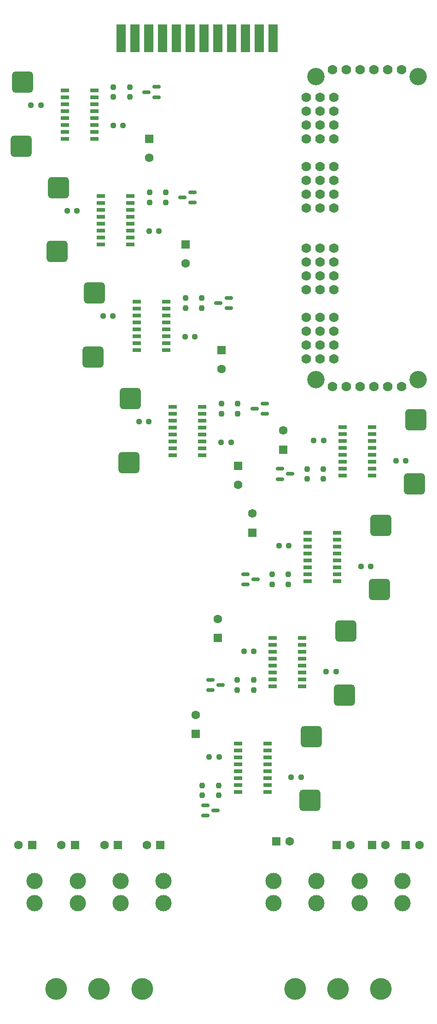
<source format=gbr>
%TF.GenerationSoftware,KiCad,Pcbnew,7.0.8*%
%TF.CreationDate,2023-10-09T09:06:24+01:00*%
%TF.ProjectId,CCC_rig_driver,4343435f-7269-4675-9f64-72697665722e,rev?*%
%TF.SameCoordinates,Original*%
%TF.FileFunction,Soldermask,Top*%
%TF.FilePolarity,Negative*%
%FSLAX46Y46*%
G04 Gerber Fmt 4.6, Leading zero omitted, Abs format (unit mm)*
G04 Created by KiCad (PCBNEW 7.0.8) date 2023-10-09 09:06:24*
%MOMM*%
%LPD*%
G01*
G04 APERTURE LIST*
G04 Aperture macros list*
%AMRoundRect*
0 Rectangle with rounded corners*
0 $1 Rounding radius*
0 $2 $3 $4 $5 $6 $7 $8 $9 X,Y pos of 4 corners*
0 Add a 4 corners polygon primitive as box body*
4,1,4,$2,$3,$4,$5,$6,$7,$8,$9,$2,$3,0*
0 Add four circle primitives for the rounded corners*
1,1,$1+$1,$2,$3*
1,1,$1+$1,$4,$5*
1,1,$1+$1,$6,$7*
1,1,$1+$1,$8,$9*
0 Add four rect primitives between the rounded corners*
20,1,$1+$1,$2,$3,$4,$5,0*
20,1,$1+$1,$4,$5,$6,$7,0*
20,1,$1+$1,$6,$7,$8,$9,0*
20,1,$1+$1,$8,$9,$2,$3,0*%
G04 Aperture macros list end*
%ADD10C,4.000000*%
%ADD11C,3.000000*%
%ADD12R,1.651000X5.080000*%
%ADD13R,1.525000X0.650000*%
%ADD14RoundRect,0.639769X-1.310231X-1.310231X1.310231X-1.310231X1.310231X1.310231X-1.310231X1.310231X0*%
%ADD15R,1.600000X1.600000*%
%ADD16C,1.600000*%
%ADD17RoundRect,0.150000X0.587500X0.150000X-0.587500X0.150000X-0.587500X-0.150000X0.587500X-0.150000X0*%
%ADD18RoundRect,0.237500X-0.250000X-0.237500X0.250000X-0.237500X0.250000X0.237500X-0.250000X0.237500X0*%
%ADD19RoundRect,0.237500X0.250000X0.237500X-0.250000X0.237500X-0.250000X-0.237500X0.250000X-0.237500X0*%
%ADD20RoundRect,0.237500X-0.237500X0.250000X-0.237500X-0.250000X0.237500X-0.250000X0.237500X0.250000X0*%
%ADD21RoundRect,0.639769X1.310231X1.310231X-1.310231X1.310231X-1.310231X-1.310231X1.310231X-1.310231X0*%
%ADD22RoundRect,0.237500X0.237500X-0.250000X0.237500X0.250000X-0.237500X0.250000X-0.237500X-0.250000X0*%
%ADD23RoundRect,0.150000X-0.587500X-0.150000X0.587500X-0.150000X0.587500X0.150000X-0.587500X0.150000X0*%
%ADD24C,1.778000*%
%ADD25C,3.200000*%
G04 APERTURE END LIST*
D10*
%TO.C,J12*%
X66049700Y-190614000D03*
X73949700Y-190614000D03*
X81849700Y-190614000D03*
D11*
X62099700Y-170814000D03*
X62099700Y-174914000D03*
X69999700Y-170814000D03*
X69999700Y-174914000D03*
X77899700Y-170814000D03*
X77899700Y-174914000D03*
X85799700Y-170814000D03*
X85799700Y-174914000D03*
%TD*%
D10*
%TO.C,J7*%
X22145700Y-190614000D03*
X30045700Y-190614000D03*
X37945700Y-190614000D03*
D11*
X18195700Y-170814000D03*
X18195700Y-174914000D03*
X26095700Y-170814000D03*
X26095700Y-174914000D03*
X33995700Y-170814000D03*
X33995700Y-174914000D03*
X41895700Y-170814000D03*
X41895700Y-174914000D03*
%TD*%
D12*
%TO.C,J6*%
X61970000Y-16160200D03*
X59430000Y-16160200D03*
X56890000Y-16160200D03*
X54350000Y-16160200D03*
X51810000Y-16160200D03*
X49270000Y-16160200D03*
X46730000Y-16160200D03*
X44190000Y-16160200D03*
X41650000Y-16160200D03*
X39110000Y-16160200D03*
X36570000Y-16160200D03*
X34030000Y-16160200D03*
%TD*%
D13*
%TO.C,IC10*%
X68369000Y-106881500D03*
D14*
X81831000Y-105576500D03*
D13*
X68369000Y-108151500D03*
X68369000Y-109421500D03*
X68369000Y-110691500D03*
X68369000Y-111961500D03*
X68369000Y-113231500D03*
D14*
X81581000Y-117326500D03*
D13*
X68369000Y-114501500D03*
X68369000Y-115771500D03*
X73793000Y-115771500D03*
X73793000Y-114501500D03*
X73793000Y-113231500D03*
X73793000Y-111961500D03*
X73793000Y-110691500D03*
X73793000Y-109421500D03*
X73793000Y-108151500D03*
X73793000Y-106881500D03*
%TD*%
D15*
%TO.C,C24*%
X52504700Y-73355500D03*
D16*
X52504700Y-76855500D03*
%TD*%
D15*
%TO.C,C9*%
X62594888Y-163600000D03*
D16*
X65094888Y-163600000D03*
%TD*%
D17*
%TO.C,Q4*%
X47223600Y-46340300D03*
X47223600Y-44440300D03*
X45348600Y-45390300D03*
%TD*%
D18*
%TO.C,R49*%
X71751900Y-132441700D03*
X73576900Y-132441700D03*
%TD*%
D19*
%TO.C,R37*%
X25948600Y-47802800D03*
X24123600Y-47802800D03*
%TD*%
D20*
%TO.C,R20*%
X35667500Y-25112600D03*
X35667500Y-26937600D03*
%TD*%
%TO.C,R22*%
X48904700Y-63843000D03*
X48904700Y-65668000D03*
%TD*%
D15*
%TO.C,C10*%
X73694888Y-164200000D03*
D16*
X76194888Y-164200000D03*
%TD*%
D13*
%TO.C,IC6*%
X42366700Y-73363000D03*
X42366700Y-72093000D03*
D21*
X28904700Y-74668000D03*
D13*
X42366700Y-70823000D03*
X42366700Y-69553000D03*
X42366700Y-68283000D03*
X42366700Y-67013000D03*
X42366700Y-65743000D03*
D21*
X29154700Y-62918000D03*
D13*
X42366700Y-64473000D03*
X36942700Y-64473000D03*
X36942700Y-65743000D03*
X36942700Y-67013000D03*
X36942700Y-68283000D03*
X36942700Y-69553000D03*
X36942700Y-70823000D03*
X36942700Y-72093000D03*
X36942700Y-73363000D03*
%TD*%
D15*
%TO.C,C29*%
X63900000Y-91652700D03*
D16*
X63900000Y-88152700D03*
%TD*%
D15*
%TO.C,C25*%
X55600000Y-94647300D03*
D16*
X55600000Y-98147300D03*
%TD*%
D22*
%TO.C,R24*%
X48997700Y-155131900D03*
X48997700Y-153306900D03*
%TD*%
D13*
%TO.C,IC9*%
X61952400Y-126246700D03*
X61952400Y-127516700D03*
D14*
X75414400Y-124941700D03*
D13*
X61952400Y-128786700D03*
X61952400Y-130056700D03*
X61952400Y-131326700D03*
X61952400Y-132596700D03*
X61952400Y-133866700D03*
D14*
X75164400Y-136691700D03*
D13*
X61952400Y-135136700D03*
X67376400Y-135136700D03*
X67376400Y-133866700D03*
X67376400Y-132596700D03*
X67376400Y-131326700D03*
X67376400Y-130056700D03*
X67376400Y-128786700D03*
X67376400Y-127516700D03*
X67376400Y-126246700D03*
%TD*%
D23*
%TO.C,Q8*%
X50476900Y-133904200D03*
X50476900Y-135804200D03*
X52351900Y-134854200D03*
%TD*%
D13*
%TO.C,IC5*%
X35748100Y-53997800D03*
D21*
X22286100Y-55302800D03*
D13*
X35748100Y-52727800D03*
X35748100Y-51457800D03*
X35748100Y-50187800D03*
X35748100Y-48917800D03*
X35748100Y-47647800D03*
D21*
X22536100Y-43552800D03*
D13*
X35748100Y-46377800D03*
X35748100Y-45107800D03*
X30324100Y-45107800D03*
X30324100Y-46377800D03*
X30324100Y-47647800D03*
X30324100Y-48917800D03*
X30324100Y-50187800D03*
X30324100Y-51457800D03*
X30324100Y-52727800D03*
X30324100Y-53997800D03*
%TD*%
D19*
%TO.C,R38*%
X32567200Y-67168000D03*
X30742200Y-67168000D03*
%TD*%
D22*
%TO.C,R47*%
X71247700Y-97036300D03*
X71247700Y-95211300D03*
%TD*%
D20*
%TO.C,R34*%
X45904700Y-63843000D03*
X45904700Y-65668000D03*
%TD*%
D22*
%TO.C,R45*%
X58414400Y-135766700D03*
X58414400Y-133941700D03*
%TD*%
D19*
%TO.C,R31*%
X54273300Y-90283200D03*
X52448300Y-90283200D03*
%TD*%
D18*
%TO.C,R41*%
X56664400Y-128691700D03*
X58489400Y-128691700D03*
%TD*%
D13*
%TO.C,IC11*%
X74785700Y-87516300D03*
X74785700Y-88786300D03*
D14*
X88247700Y-86211300D03*
D13*
X74785700Y-90056300D03*
X74785700Y-91326300D03*
X74785700Y-92596300D03*
X74785700Y-93866300D03*
D14*
X87997700Y-97961300D03*
D13*
X74785700Y-95136300D03*
X74785700Y-96406300D03*
X80209700Y-96406300D03*
X80209700Y-95136300D03*
X80209700Y-93866300D03*
X80209700Y-92596300D03*
X80209700Y-91326300D03*
X80209700Y-90056300D03*
X80209700Y-88786300D03*
X80209700Y-87516300D03*
%TD*%
D15*
%TO.C,C1*%
X17705100Y-164200000D03*
D16*
X15205100Y-164200000D03*
%TD*%
D20*
%TO.C,R23*%
X55523300Y-83208200D03*
X55523300Y-85033200D03*
%TD*%
D15*
%TO.C,C4*%
X41305113Y-164200000D03*
D16*
X38805113Y-164200000D03*
%TD*%
D13*
%TO.C,IC7*%
X48985300Y-92728200D03*
X48985300Y-91458200D03*
D21*
X35523300Y-94033200D03*
D13*
X48985300Y-90188200D03*
X48985300Y-88918200D03*
X48985300Y-87648200D03*
X48985300Y-86378200D03*
X48985300Y-85108200D03*
D21*
X35773300Y-82283200D03*
D13*
X48985300Y-83838200D03*
X43561300Y-83838200D03*
X43561300Y-85108200D03*
X43561300Y-86378200D03*
X43561300Y-87648200D03*
X43561300Y-88918200D03*
X43561300Y-90188200D03*
X43561300Y-91458200D03*
X43561300Y-92728200D03*
%TD*%
D17*
%TO.C,Q6*%
X60460800Y-85070700D03*
X60460800Y-83170700D03*
X58585800Y-84120700D03*
%TD*%
D20*
%TO.C,R32*%
X32667500Y-25112600D03*
X32667500Y-26937600D03*
%TD*%
D13*
%TO.C,IC4*%
X29129500Y-34632600D03*
D21*
X15667500Y-35937600D03*
D13*
X29129500Y-33362600D03*
X29129500Y-32092600D03*
X29129500Y-30822600D03*
X29129500Y-29552600D03*
X29129500Y-28282600D03*
X29129500Y-27012600D03*
D21*
X15917500Y-24187600D03*
D13*
X29129500Y-25742600D03*
X23705500Y-25742600D03*
X23705500Y-27012600D03*
X23705500Y-28282600D03*
X23705500Y-29552600D03*
X23705500Y-30822600D03*
X23705500Y-32092600D03*
X23705500Y-33362600D03*
X23705500Y-34632600D03*
%TD*%
D15*
%TO.C,C26*%
X47800000Y-143852700D03*
D16*
X47800000Y-140352700D03*
%TD*%
D22*
%TO.C,R46*%
X64831000Y-116401500D03*
X64831000Y-114576500D03*
%TD*%
D20*
%TO.C,R33*%
X39286100Y-44477800D03*
X39286100Y-46302800D03*
%TD*%
D18*
%TO.C,R43*%
X69497700Y-89961300D03*
X71322700Y-89961300D03*
%TD*%
D15*
%TO.C,C2*%
X25605100Y-164200000D03*
D16*
X23105100Y-164200000D03*
%TD*%
D22*
%TO.C,R27*%
X68247700Y-97036300D03*
X68247700Y-95211300D03*
%TD*%
D15*
%TO.C,C27*%
X51814400Y-126254200D03*
D16*
X51814400Y-122754200D03*
%TD*%
D22*
%TO.C,R44*%
X51997700Y-155131900D03*
X51997700Y-153306900D03*
%TD*%
D15*
%TO.C,C22*%
X39267500Y-34625100D03*
D16*
X39267500Y-38125100D03*
%TD*%
D15*
%TO.C,C11*%
X80194888Y-164200000D03*
D16*
X82694888Y-164200000D03*
%TD*%
D17*
%TO.C,Q5*%
X53842200Y-65705500D03*
X53842200Y-63805500D03*
X51967200Y-64755500D03*
%TD*%
D15*
%TO.C,C3*%
X33505100Y-164200000D03*
D16*
X31005100Y-164200000D03*
%TD*%
D15*
%TO.C,C12*%
X86394900Y-164200000D03*
D16*
X88894900Y-164200000D03*
%TD*%
D22*
%TO.C,R26*%
X61831000Y-116401500D03*
X61831000Y-114576500D03*
%TD*%
D19*
%TO.C,R28*%
X34417500Y-32187600D03*
X32592500Y-32187600D03*
%TD*%
D18*
%TO.C,R40*%
X50247700Y-148056900D03*
X52072700Y-148056900D03*
%TD*%
D19*
%TO.C,R39*%
X39185800Y-86533200D03*
X37360800Y-86533200D03*
%TD*%
D23*
%TO.C,Q10*%
X63310200Y-95173800D03*
X63310200Y-97073800D03*
X65185200Y-96123800D03*
%TD*%
D20*
%TO.C,R21*%
X42286100Y-44477800D03*
X42286100Y-46302800D03*
%TD*%
D19*
%TO.C,R36*%
X19330000Y-28437600D03*
X17505000Y-28437600D03*
%TD*%
D23*
%TO.C,Q7*%
X49562500Y-156950000D03*
X49562500Y-158850000D03*
X51437500Y-157900000D03*
%TD*%
D13*
%TO.C,IC8*%
X55535700Y-145611900D03*
D14*
X68997700Y-144306900D03*
D13*
X55535700Y-146881900D03*
X55535700Y-148151900D03*
X55535700Y-149421900D03*
X55535700Y-150691900D03*
X55535700Y-151961900D03*
X55535700Y-153231900D03*
D14*
X68747700Y-156056900D03*
D13*
X55535700Y-154501900D03*
X60959700Y-154501900D03*
X60959700Y-153231900D03*
X60959700Y-151961900D03*
X60959700Y-150691900D03*
X60959700Y-149421900D03*
X60959700Y-148151900D03*
X60959700Y-146881900D03*
X60959700Y-145611900D03*
%TD*%
D23*
%TO.C,Q9*%
X56893500Y-114539000D03*
X56893500Y-116439000D03*
X58768500Y-115489000D03*
%TD*%
D17*
%TO.C,Q3*%
X40605000Y-26975100D03*
X40605000Y-25075100D03*
X38730000Y-26025100D03*
%TD*%
D18*
%TO.C,R50*%
X78168900Y-113076700D03*
X79993900Y-113076700D03*
%TD*%
D22*
%TO.C,R25*%
X55414400Y-135766700D03*
X55414400Y-133941700D03*
%TD*%
D24*
%TO.C,U2*%
X73151700Y-26991000D03*
X73151700Y-29531000D03*
X73151700Y-32071000D03*
X73151700Y-34611000D03*
X73151700Y-39691000D03*
X73151700Y-42231000D03*
X73151700Y-44771000D03*
X73151700Y-47311000D03*
X73151700Y-54677000D03*
X73151700Y-57217000D03*
X73151700Y-59757000D03*
X73151700Y-62297000D03*
X73151700Y-67377000D03*
X73151700Y-69917000D03*
X73151700Y-72457000D03*
X73151700Y-74997000D03*
X85597700Y-21911000D03*
X85597700Y-80077000D03*
X68071700Y-26991000D03*
X68071700Y-29531000D03*
X68071700Y-32071000D03*
X68071700Y-34611000D03*
X68071700Y-39691000D03*
X68071700Y-42231000D03*
X68071700Y-44771000D03*
X68071700Y-47311000D03*
X68071700Y-54677000D03*
X68071700Y-57217000D03*
X68071700Y-59757000D03*
X68071700Y-62297000D03*
X68071700Y-67377000D03*
X68071700Y-69917000D03*
X68071700Y-72457000D03*
X68071700Y-74997000D03*
X83057700Y-21911000D03*
X83057700Y-80077000D03*
D25*
X88645700Y-23181000D03*
X88645700Y-78807000D03*
X69849700Y-23181000D03*
X69849700Y-78807000D03*
D24*
X80517700Y-21911000D03*
X80517700Y-80077000D03*
X77977700Y-21911000D03*
X77977700Y-80077000D03*
X72897700Y-21911000D03*
X72897700Y-80077000D03*
X70611700Y-26991000D03*
X70611700Y-29531000D03*
X70611700Y-32071000D03*
X70611700Y-34611000D03*
X70611700Y-39691000D03*
X70611700Y-42231000D03*
X70611700Y-44771000D03*
X70611700Y-47311000D03*
X70611700Y-54677000D03*
X70611700Y-57217000D03*
X70611700Y-59757000D03*
X70611700Y-62297000D03*
X70611700Y-67377000D03*
X70611700Y-69917000D03*
X70611700Y-72457000D03*
X70611700Y-74997000D03*
X75437700Y-21911000D03*
X75437700Y-80077000D03*
%TD*%
D15*
%TO.C,C23*%
X45886100Y-53990300D03*
D16*
X45886100Y-57490300D03*
%TD*%
D19*
%TO.C,R30*%
X47654700Y-70918000D03*
X45829700Y-70918000D03*
%TD*%
D20*
%TO.C,R35*%
X52523300Y-83208200D03*
X52523300Y-85033200D03*
%TD*%
D18*
%TO.C,R48*%
X65335200Y-151806900D03*
X67160200Y-151806900D03*
%TD*%
D19*
%TO.C,R29*%
X41036100Y-51552800D03*
X39211100Y-51552800D03*
%TD*%
D15*
%TO.C,C28*%
X58231000Y-106889000D03*
D16*
X58231000Y-103389000D03*
%TD*%
D18*
%TO.C,R51*%
X84585200Y-93711300D03*
X86410200Y-93711300D03*
%TD*%
%TO.C,R42*%
X63081000Y-109326500D03*
X64906000Y-109326500D03*
%TD*%
M02*

</source>
